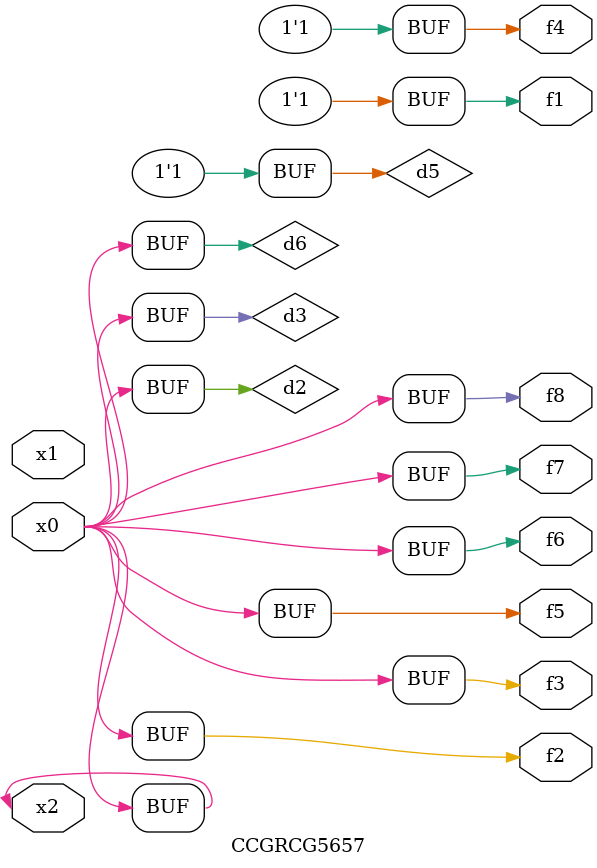
<source format=v>
module CCGRCG5657(
	input x0, x1, x2,
	output f1, f2, f3, f4, f5, f6, f7, f8
);

	wire d1, d2, d3, d4, d5, d6;

	xnor (d1, x2);
	buf (d2, x0, x2);
	and (d3, x0);
	xnor (d4, x1, x2);
	nand (d5, d1, d3);
	buf (d6, d2, d3);
	assign f1 = d5;
	assign f2 = d6;
	assign f3 = d6;
	assign f4 = d5;
	assign f5 = d6;
	assign f6 = d6;
	assign f7 = d6;
	assign f8 = d6;
endmodule

</source>
